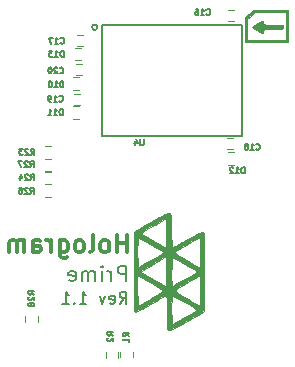
<source format=gbr>
G04 #@! TF.FileFunction,Legend,Bot*
%FSLAX46Y46*%
G04 Gerber Fmt 4.6, Leading zero omitted, Abs format (unit mm)*
G04 Created by KiCad (PCBNEW 4.0.6) date 01/21/18 22:34:32*
%MOMM*%
%LPD*%
G01*
G04 APERTURE LIST*
%ADD10C,0.100000*%
%ADD11C,0.203200*%
%ADD12C,0.177800*%
%ADD13C,0.330200*%
%ADD14C,0.120000*%
%ADD15C,0.150000*%
%ADD16C,0.010000*%
%ADD17C,0.127000*%
G04 APERTURE END LIST*
D10*
D11*
X142852019Y-109896124D02*
X142852019Y-108626124D01*
X142368210Y-108626124D01*
X142247257Y-108686600D01*
X142186781Y-108747076D01*
X142126305Y-108868029D01*
X142126305Y-109049457D01*
X142186781Y-109170410D01*
X142247257Y-109230886D01*
X142368210Y-109291362D01*
X142852019Y-109291362D01*
X141582019Y-109896124D02*
X141582019Y-109049457D01*
X141582019Y-109291362D02*
X141521543Y-109170410D01*
X141461067Y-109109933D01*
X141340114Y-109049457D01*
X141219162Y-109049457D01*
X140795829Y-109896124D02*
X140795829Y-109049457D01*
X140795829Y-108626124D02*
X140856305Y-108686600D01*
X140795829Y-108747076D01*
X140735353Y-108686600D01*
X140795829Y-108626124D01*
X140795829Y-108747076D01*
X140191067Y-109896124D02*
X140191067Y-109049457D01*
X140191067Y-109170410D02*
X140130591Y-109109933D01*
X140009638Y-109049457D01*
X139828210Y-109049457D01*
X139707258Y-109109933D01*
X139646781Y-109230886D01*
X139646781Y-109896124D01*
X139646781Y-109230886D02*
X139586305Y-109109933D01*
X139465353Y-109049457D01*
X139283924Y-109049457D01*
X139162972Y-109109933D01*
X139102496Y-109230886D01*
X139102496Y-109896124D01*
X138013925Y-109835648D02*
X138134877Y-109896124D01*
X138376782Y-109896124D01*
X138497734Y-109835648D01*
X138558210Y-109714695D01*
X138558210Y-109230886D01*
X138497734Y-109109933D01*
X138376782Y-109049457D01*
X138134877Y-109049457D01*
X138013925Y-109109933D01*
X137953448Y-109230886D01*
X137953448Y-109351838D01*
X138558210Y-109472790D01*
D12*
X142281124Y-111813219D02*
X142619790Y-111329410D01*
X142861695Y-111813219D02*
X142861695Y-110797219D01*
X142474648Y-110797219D01*
X142377886Y-110845600D01*
X142329505Y-110893981D01*
X142281124Y-110990743D01*
X142281124Y-111135886D01*
X142329505Y-111232648D01*
X142377886Y-111281029D01*
X142474648Y-111329410D01*
X142861695Y-111329410D01*
X141458648Y-111764838D02*
X141555410Y-111813219D01*
X141748933Y-111813219D01*
X141845695Y-111764838D01*
X141894076Y-111668076D01*
X141894076Y-111281029D01*
X141845695Y-111184267D01*
X141748933Y-111135886D01*
X141555410Y-111135886D01*
X141458648Y-111184267D01*
X141410267Y-111281029D01*
X141410267Y-111377790D01*
X141894076Y-111474552D01*
X141071600Y-111135886D02*
X140829695Y-111813219D01*
X140587791Y-111135886D01*
X138894458Y-111813219D02*
X139475029Y-111813219D01*
X139184743Y-111813219D02*
X139184743Y-110797219D01*
X139281505Y-110942362D01*
X139378267Y-111039124D01*
X139475029Y-111087505D01*
X138459029Y-111716457D02*
X138410648Y-111764838D01*
X138459029Y-111813219D01*
X138507410Y-111764838D01*
X138459029Y-111716457D01*
X138459029Y-111813219D01*
X137443029Y-111813219D02*
X138023600Y-111813219D01*
X137733314Y-111813219D02*
X137733314Y-110797219D01*
X137830076Y-110942362D01*
X137926838Y-111039124D01*
X138023600Y-111087505D01*
D13*
X142922000Y-107460171D02*
X142922000Y-105960171D01*
X142922000Y-106674457D02*
X142064857Y-106674457D01*
X142064857Y-107460171D02*
X142064857Y-105960171D01*
X141136285Y-107460171D02*
X141279143Y-107388743D01*
X141350571Y-107317314D01*
X141422000Y-107174457D01*
X141422000Y-106745886D01*
X141350571Y-106603029D01*
X141279143Y-106531600D01*
X141136285Y-106460171D01*
X140922000Y-106460171D01*
X140779143Y-106531600D01*
X140707714Y-106603029D01*
X140636285Y-106745886D01*
X140636285Y-107174457D01*
X140707714Y-107317314D01*
X140779143Y-107388743D01*
X140922000Y-107460171D01*
X141136285Y-107460171D01*
X139779142Y-107460171D02*
X139922000Y-107388743D01*
X139993428Y-107245886D01*
X139993428Y-105960171D01*
X138993428Y-107460171D02*
X139136286Y-107388743D01*
X139207714Y-107317314D01*
X139279143Y-107174457D01*
X139279143Y-106745886D01*
X139207714Y-106603029D01*
X139136286Y-106531600D01*
X138993428Y-106460171D01*
X138779143Y-106460171D01*
X138636286Y-106531600D01*
X138564857Y-106603029D01*
X138493428Y-106745886D01*
X138493428Y-107174457D01*
X138564857Y-107317314D01*
X138636286Y-107388743D01*
X138779143Y-107460171D01*
X138993428Y-107460171D01*
X137207714Y-106460171D02*
X137207714Y-107674457D01*
X137279143Y-107817314D01*
X137350571Y-107888743D01*
X137493428Y-107960171D01*
X137707714Y-107960171D01*
X137850571Y-107888743D01*
X137207714Y-107388743D02*
X137350571Y-107460171D01*
X137636285Y-107460171D01*
X137779143Y-107388743D01*
X137850571Y-107317314D01*
X137922000Y-107174457D01*
X137922000Y-106745886D01*
X137850571Y-106603029D01*
X137779143Y-106531600D01*
X137636285Y-106460171D01*
X137350571Y-106460171D01*
X137207714Y-106531600D01*
X136493428Y-107460171D02*
X136493428Y-106460171D01*
X136493428Y-106745886D02*
X136422000Y-106603029D01*
X136350571Y-106531600D01*
X136207714Y-106460171D01*
X136064857Y-106460171D01*
X134922000Y-107460171D02*
X134922000Y-106674457D01*
X134993429Y-106531600D01*
X135136286Y-106460171D01*
X135422000Y-106460171D01*
X135564857Y-106531600D01*
X134922000Y-107388743D02*
X135064857Y-107460171D01*
X135422000Y-107460171D01*
X135564857Y-107388743D01*
X135636286Y-107245886D01*
X135636286Y-107103029D01*
X135564857Y-106960171D01*
X135422000Y-106888743D01*
X135064857Y-106888743D01*
X134922000Y-106817314D01*
X134207714Y-107460171D02*
X134207714Y-106460171D01*
X134207714Y-106603029D02*
X134136286Y-106531600D01*
X133993428Y-106460171D01*
X133779143Y-106460171D01*
X133636286Y-106531600D01*
X133564857Y-106674457D01*
X133564857Y-107460171D01*
X133564857Y-106674457D02*
X133493428Y-106531600D01*
X133350571Y-106460171D01*
X133136286Y-106460171D01*
X132993428Y-106531600D01*
X132922000Y-106674457D01*
X132922000Y-107460171D01*
D14*
X151380380Y-97782280D02*
X151880380Y-97782280D01*
X151880380Y-98722280D02*
X151380380Y-98722280D01*
D15*
X140398807Y-88413200D02*
G75*
G03X140398807Y-88413200I-223607J0D01*
G01*
X152675200Y-88213200D02*
X140775200Y-88213200D01*
X140775200Y-88213200D02*
X140775200Y-97613200D01*
X140775200Y-97613200D02*
X152675200Y-97613200D01*
X152675200Y-97613200D02*
X152675200Y-88213200D01*
D14*
X151945240Y-87891720D02*
X151445240Y-87891720D01*
X151445240Y-86951720D02*
X151945240Y-86951720D01*
X139188000Y-90005000D02*
X138688000Y-90005000D01*
X138688000Y-89065000D02*
X139188000Y-89065000D01*
X138934000Y-94958000D02*
X138434000Y-94958000D01*
X138434000Y-94018000D02*
X138934000Y-94018000D01*
X139061000Y-92481500D02*
X138561000Y-92481500D01*
X138561000Y-91541500D02*
X139061000Y-91541500D01*
X138370500Y-92624500D02*
X138870500Y-92624500D01*
X138870500Y-93684500D02*
X138370500Y-93684500D01*
X138370500Y-95101000D02*
X138870500Y-95101000D01*
X138870500Y-96161000D02*
X138370500Y-96161000D01*
X151971820Y-100044660D02*
X151471820Y-100044660D01*
X151471820Y-98984660D02*
X151971820Y-98984660D01*
X138497500Y-90148000D02*
X138997500Y-90148000D01*
X138997500Y-91208000D02*
X138497500Y-91208000D01*
X136457500Y-99526500D02*
X135957500Y-99526500D01*
X135957500Y-98466500D02*
X136457500Y-98466500D01*
X136457500Y-101685500D02*
X135957500Y-101685500D01*
X135957500Y-100625500D02*
X136457500Y-100625500D01*
X136457500Y-102765000D02*
X135957500Y-102765000D01*
X135957500Y-101705000D02*
X136457500Y-101705000D01*
X136457500Y-100606000D02*
X135957500Y-100606000D01*
X135957500Y-99546000D02*
X136457500Y-99546000D01*
X134293200Y-113330800D02*
X134293200Y-112830800D01*
X135353200Y-112830800D02*
X135353200Y-113330800D01*
X143379600Y-115866100D02*
X143379600Y-116366100D01*
X142319600Y-116366100D02*
X142319600Y-115866100D01*
X142173100Y-115871600D02*
X142173100Y-116371600D01*
X141113100Y-116371600D02*
X141113100Y-115871600D01*
D16*
G36*
X146510323Y-114055811D02*
X146659694Y-114001956D01*
X146880797Y-113897299D01*
X147190848Y-113733510D01*
X147607063Y-113502260D01*
X148146659Y-113195218D01*
X148327533Y-113091467D01*
X148611784Y-112928698D01*
X148937274Y-112742977D01*
X149068366Y-112668378D01*
X149470533Y-112439790D01*
X149470533Y-109100038D01*
X149469710Y-108241578D01*
X149466900Y-107537811D01*
X149461585Y-106974102D01*
X149453251Y-106535816D01*
X149441383Y-106208319D01*
X149425464Y-105976976D01*
X149404981Y-105827153D01*
X149379416Y-105744216D01*
X149351304Y-105714533D01*
X149228556Y-105733740D01*
X149001165Y-105823848D01*
X148709250Y-105967903D01*
X148568138Y-106045464D01*
X148228257Y-106238193D01*
X147907274Y-106420031D01*
X147660721Y-106559525D01*
X147607866Y-106589375D01*
X147324198Y-106753278D01*
X147034887Y-106925837D01*
X147015200Y-106937849D01*
X146718866Y-107119095D01*
X146676533Y-105617884D01*
X146658850Y-105066859D01*
X146639845Y-104663521D01*
X146617112Y-104386228D01*
X146588245Y-104213339D01*
X146550838Y-104123212D01*
X146507200Y-104094850D01*
X146382585Y-104125420D01*
X146151333Y-104225426D01*
X145852012Y-104377186D01*
X145660533Y-104483025D01*
X145233517Y-104727451D01*
X144751256Y-105005252D01*
X144304546Y-105264094D01*
X144221200Y-105312633D01*
X143501533Y-105732242D01*
X143500591Y-105875353D01*
X144127753Y-105875353D01*
X144148476Y-105795918D01*
X144289783Y-105682366D01*
X144370691Y-105635875D01*
X144581189Y-105520852D01*
X144888280Y-105348167D01*
X145242471Y-105145793D01*
X145448683Y-105026589D01*
X146210866Y-104583911D01*
X146235594Y-105217089D01*
X146244953Y-105653535D01*
X146243947Y-106138062D01*
X146235594Y-106481725D01*
X146210866Y-107113183D01*
X145205744Y-106530703D01*
X144832735Y-106312402D01*
X144511314Y-106120274D01*
X144270708Y-105972089D01*
X144140144Y-105885613D01*
X144127753Y-105875353D01*
X143500591Y-105875353D01*
X143490167Y-107458933D01*
X143797866Y-107458933D01*
X143800338Y-107016964D01*
X143807147Y-106641891D01*
X143817389Y-106362978D01*
X143830156Y-106209494D01*
X143837204Y-106188933D01*
X143921790Y-106228867D01*
X144121585Y-106337268D01*
X144405675Y-106497036D01*
X144705037Y-106668968D01*
X145064003Y-106876885D01*
X145390937Y-107066123D01*
X145644721Y-107212889D01*
X145765831Y-107282801D01*
X145927314Y-107391553D01*
X145998502Y-107470632D01*
X145998574Y-107471553D01*
X146930533Y-107471553D01*
X146998951Y-107412078D01*
X147183178Y-107288018D01*
X147451670Y-107118221D01*
X147772882Y-106921535D01*
X148115271Y-106716808D01*
X148447295Y-106522891D01*
X148737408Y-106358630D01*
X148954067Y-106242874D01*
X149065729Y-106194471D01*
X149068366Y-106194123D01*
X149090455Y-106272032D01*
X149109203Y-106490158D01*
X149123148Y-106819395D01*
X149130830Y-107230639D01*
X149131866Y-107458933D01*
X149127564Y-107900893D01*
X149115710Y-108275960D01*
X149097882Y-108554873D01*
X149075657Y-108708365D01*
X149063385Y-108728933D01*
X148960097Y-108688200D01*
X148758971Y-108582039D01*
X148534219Y-108451625D01*
X148214334Y-108262604D01*
X147832976Y-108042269D01*
X147502033Y-107854815D01*
X147231279Y-107695788D01*
X147029856Y-107562891D01*
X146933902Y-107480358D01*
X146930533Y-107471553D01*
X145998574Y-107471553D01*
X145998664Y-107472690D01*
X145929974Y-107532949D01*
X145744639Y-107656249D01*
X145474413Y-107824068D01*
X145151046Y-108017886D01*
X144806290Y-108219180D01*
X144471898Y-108409428D01*
X144179621Y-108570110D01*
X143961211Y-108682703D01*
X143848419Y-108728686D01*
X143845073Y-108728933D01*
X143828644Y-108649147D01*
X143814703Y-108429300D01*
X143804336Y-108098656D01*
X143798630Y-107686484D01*
X143797866Y-107458933D01*
X143490167Y-107458933D01*
X143479446Y-109087633D01*
X144030355Y-109087633D01*
X144654944Y-108727772D01*
X145021322Y-108515181D01*
X145402582Y-108291564D01*
X145721375Y-108102309D01*
X145745200Y-108088008D01*
X146210866Y-107808105D01*
X146234364Y-109042300D01*
X146235247Y-109109933D01*
X146676533Y-109109933D01*
X146681706Y-108653341D01*
X146696117Y-108280658D01*
X146718105Y-108017687D01*
X146746009Y-107890229D01*
X146755574Y-107882267D01*
X146866784Y-107923050D01*
X147070022Y-108028151D01*
X147242407Y-108127838D01*
X147520131Y-108292667D01*
X147873810Y-108499285D01*
X148232062Y-108706020D01*
X148270583Y-108728065D01*
X148548349Y-108891202D01*
X148754854Y-109020849D01*
X148857924Y-109096450D01*
X148863250Y-109106754D01*
X148777036Y-109161089D01*
X148578237Y-109278490D01*
X148298722Y-109440751D01*
X147970358Y-109629667D01*
X147625013Y-109827032D01*
X147294556Y-110014643D01*
X147010853Y-110174293D01*
X146805773Y-110287778D01*
X146711183Y-110336893D01*
X146708667Y-110337600D01*
X146697306Y-110257896D01*
X146687708Y-110038629D01*
X146680654Y-109709565D01*
X146676922Y-109300472D01*
X146676533Y-109109933D01*
X146235247Y-109109933D01*
X146240101Y-109481555D01*
X146240037Y-109857440D01*
X146234561Y-110138997D01*
X146224066Y-110295271D01*
X146218241Y-110316115D01*
X146129751Y-110290209D01*
X145907238Y-110179080D01*
X145559899Y-109987846D01*
X145096930Y-109721627D01*
X144527529Y-109385542D01*
X144273944Y-109233843D01*
X144030355Y-109087633D01*
X143479446Y-109087633D01*
X143479393Y-109095538D01*
X143474603Y-109965140D01*
X143473022Y-110675543D01*
X143797866Y-110675543D01*
X143797866Y-109404819D01*
X144284700Y-109675488D01*
X144615207Y-109862910D01*
X145003072Y-110088139D01*
X145343611Y-110290045D01*
X145614168Y-110461626D01*
X145818325Y-110608062D01*
X145920025Y-110703005D01*
X145925162Y-110715018D01*
X145921462Y-110718600D01*
X146978056Y-110718600D01*
X147048084Y-110639955D01*
X147234703Y-110501344D01*
X147505051Y-110322408D01*
X147826266Y-110122786D01*
X148165483Y-109922119D01*
X148489840Y-109740047D01*
X148766474Y-109596209D01*
X148962522Y-109510247D01*
X149026033Y-109494656D01*
X149069833Y-109536602D01*
X149100680Y-109678429D01*
X149120184Y-109938761D01*
X149129954Y-110336224D01*
X149131866Y-110718600D01*
X149127655Y-111152650D01*
X149116071Y-111519308D01*
X149098686Y-111788809D01*
X149077074Y-111931389D01*
X149067004Y-111946267D01*
X148956848Y-111905793D01*
X148740942Y-111797014D01*
X148451554Y-111638893D01*
X148120954Y-111450396D01*
X147781409Y-111250485D01*
X147465188Y-111058124D01*
X147204558Y-110892279D01*
X147031789Y-110771912D01*
X146978056Y-110718600D01*
X145921462Y-110718600D01*
X145859475Y-110778598D01*
X145677818Y-110905150D01*
X145412306Y-111075521D01*
X145095051Y-111270555D01*
X144758168Y-111471100D01*
X144433771Y-111658000D01*
X144153974Y-111812101D01*
X143950892Y-111914250D01*
X143861366Y-111945955D01*
X143839275Y-111866282D01*
X143820525Y-111646534D01*
X143806579Y-111315956D01*
X143798900Y-110903796D01*
X143797866Y-110675543D01*
X143473022Y-110675543D01*
X143473013Y-110679401D01*
X143474993Y-111252289D01*
X143480911Y-111697773D01*
X143491138Y-112029821D01*
X143506042Y-112262402D01*
X143525993Y-112409484D01*
X143551360Y-112485036D01*
X143569484Y-112501901D01*
X143687863Y-112480246D01*
X143910985Y-112386163D01*
X144200067Y-112237082D01*
X144353624Y-112149485D01*
X144742393Y-111920623D01*
X145159483Y-111675034D01*
X145525161Y-111459668D01*
X145580956Y-111426801D01*
X145857346Y-111269755D01*
X146080001Y-111153858D01*
X146206982Y-111100727D01*
X146215956Y-111099492D01*
X146243642Y-111180789D01*
X146263090Y-111411799D01*
X146273553Y-111773063D01*
X146274286Y-112245126D01*
X146273212Y-112327267D01*
X146676533Y-112327267D01*
X146679300Y-111893209D01*
X146686911Y-111526547D01*
X146698334Y-111257045D01*
X146712534Y-111114472D01*
X146719149Y-111099600D01*
X146803913Y-111139473D01*
X147008039Y-111249090D01*
X147304290Y-111413452D01*
X147665427Y-111617557D01*
X147819593Y-111705618D01*
X148233788Y-111945784D01*
X148517236Y-112119268D01*
X148688033Y-112240133D01*
X148764273Y-112322440D01*
X148764053Y-112380254D01*
X148729477Y-112412743D01*
X148580265Y-112506768D01*
X148335804Y-112652520D01*
X148029374Y-112831052D01*
X147694252Y-113023418D01*
X147363716Y-113210670D01*
X147071046Y-113373861D01*
X146849518Y-113494046D01*
X146732413Y-113552276D01*
X146723327Y-113554933D01*
X146706782Y-113475231D01*
X146692806Y-113255967D01*
X146682534Y-112926909D01*
X146677100Y-112517822D01*
X146676533Y-112327267D01*
X146273212Y-112327267D01*
X146270619Y-112525348D01*
X146264009Y-113081472D01*
X146267246Y-113489482D01*
X146281538Y-113770376D01*
X146308091Y-113945153D01*
X146348113Y-114034811D01*
X146357909Y-114044434D01*
X146415467Y-114067194D01*
X146510323Y-114055811D01*
X146510323Y-114055811D01*
G37*
X146510323Y-114055811D02*
X146659694Y-114001956D01*
X146880797Y-113897299D01*
X147190848Y-113733510D01*
X147607063Y-113502260D01*
X148146659Y-113195218D01*
X148327533Y-113091467D01*
X148611784Y-112928698D01*
X148937274Y-112742977D01*
X149068366Y-112668378D01*
X149470533Y-112439790D01*
X149470533Y-109100038D01*
X149469710Y-108241578D01*
X149466900Y-107537811D01*
X149461585Y-106974102D01*
X149453251Y-106535816D01*
X149441383Y-106208319D01*
X149425464Y-105976976D01*
X149404981Y-105827153D01*
X149379416Y-105744216D01*
X149351304Y-105714533D01*
X149228556Y-105733740D01*
X149001165Y-105823848D01*
X148709250Y-105967903D01*
X148568138Y-106045464D01*
X148228257Y-106238193D01*
X147907274Y-106420031D01*
X147660721Y-106559525D01*
X147607866Y-106589375D01*
X147324198Y-106753278D01*
X147034887Y-106925837D01*
X147015200Y-106937849D01*
X146718866Y-107119095D01*
X146676533Y-105617884D01*
X146658850Y-105066859D01*
X146639845Y-104663521D01*
X146617112Y-104386228D01*
X146588245Y-104213339D01*
X146550838Y-104123212D01*
X146507200Y-104094850D01*
X146382585Y-104125420D01*
X146151333Y-104225426D01*
X145852012Y-104377186D01*
X145660533Y-104483025D01*
X145233517Y-104727451D01*
X144751256Y-105005252D01*
X144304546Y-105264094D01*
X144221200Y-105312633D01*
X143501533Y-105732242D01*
X143500591Y-105875353D01*
X144127753Y-105875353D01*
X144148476Y-105795918D01*
X144289783Y-105682366D01*
X144370691Y-105635875D01*
X144581189Y-105520852D01*
X144888280Y-105348167D01*
X145242471Y-105145793D01*
X145448683Y-105026589D01*
X146210866Y-104583911D01*
X146235594Y-105217089D01*
X146244953Y-105653535D01*
X146243947Y-106138062D01*
X146235594Y-106481725D01*
X146210866Y-107113183D01*
X145205744Y-106530703D01*
X144832735Y-106312402D01*
X144511314Y-106120274D01*
X144270708Y-105972089D01*
X144140144Y-105885613D01*
X144127753Y-105875353D01*
X143500591Y-105875353D01*
X143490167Y-107458933D01*
X143797866Y-107458933D01*
X143800338Y-107016964D01*
X143807147Y-106641891D01*
X143817389Y-106362978D01*
X143830156Y-106209494D01*
X143837204Y-106188933D01*
X143921790Y-106228867D01*
X144121585Y-106337268D01*
X144405675Y-106497036D01*
X144705037Y-106668968D01*
X145064003Y-106876885D01*
X145390937Y-107066123D01*
X145644721Y-107212889D01*
X145765831Y-107282801D01*
X145927314Y-107391553D01*
X145998502Y-107470632D01*
X145998574Y-107471553D01*
X146930533Y-107471553D01*
X146998951Y-107412078D01*
X147183178Y-107288018D01*
X147451670Y-107118221D01*
X147772882Y-106921535D01*
X148115271Y-106716808D01*
X148447295Y-106522891D01*
X148737408Y-106358630D01*
X148954067Y-106242874D01*
X149065729Y-106194471D01*
X149068366Y-106194123D01*
X149090455Y-106272032D01*
X149109203Y-106490158D01*
X149123148Y-106819395D01*
X149130830Y-107230639D01*
X149131866Y-107458933D01*
X149127564Y-107900893D01*
X149115710Y-108275960D01*
X149097882Y-108554873D01*
X149075657Y-108708365D01*
X149063385Y-108728933D01*
X148960097Y-108688200D01*
X148758971Y-108582039D01*
X148534219Y-108451625D01*
X148214334Y-108262604D01*
X147832976Y-108042269D01*
X147502033Y-107854815D01*
X147231279Y-107695788D01*
X147029856Y-107562891D01*
X146933902Y-107480358D01*
X146930533Y-107471553D01*
X145998574Y-107471553D01*
X145998664Y-107472690D01*
X145929974Y-107532949D01*
X145744639Y-107656249D01*
X145474413Y-107824068D01*
X145151046Y-108017886D01*
X144806290Y-108219180D01*
X144471898Y-108409428D01*
X144179621Y-108570110D01*
X143961211Y-108682703D01*
X143848419Y-108728686D01*
X143845073Y-108728933D01*
X143828644Y-108649147D01*
X143814703Y-108429300D01*
X143804336Y-108098656D01*
X143798630Y-107686484D01*
X143797866Y-107458933D01*
X143490167Y-107458933D01*
X143479446Y-109087633D01*
X144030355Y-109087633D01*
X144654944Y-108727772D01*
X145021322Y-108515181D01*
X145402582Y-108291564D01*
X145721375Y-108102309D01*
X145745200Y-108088008D01*
X146210866Y-107808105D01*
X146234364Y-109042300D01*
X146235247Y-109109933D01*
X146676533Y-109109933D01*
X146681706Y-108653341D01*
X146696117Y-108280658D01*
X146718105Y-108017687D01*
X146746009Y-107890229D01*
X146755574Y-107882267D01*
X146866784Y-107923050D01*
X147070022Y-108028151D01*
X147242407Y-108127838D01*
X147520131Y-108292667D01*
X147873810Y-108499285D01*
X148232062Y-108706020D01*
X148270583Y-108728065D01*
X148548349Y-108891202D01*
X148754854Y-109020849D01*
X148857924Y-109096450D01*
X148863250Y-109106754D01*
X148777036Y-109161089D01*
X148578237Y-109278490D01*
X148298722Y-109440751D01*
X147970358Y-109629667D01*
X147625013Y-109827032D01*
X147294556Y-110014643D01*
X147010853Y-110174293D01*
X146805773Y-110287778D01*
X146711183Y-110336893D01*
X146708667Y-110337600D01*
X146697306Y-110257896D01*
X146687708Y-110038629D01*
X146680654Y-109709565D01*
X146676922Y-109300472D01*
X146676533Y-109109933D01*
X146235247Y-109109933D01*
X146240101Y-109481555D01*
X146240037Y-109857440D01*
X146234561Y-110138997D01*
X146224066Y-110295271D01*
X146218241Y-110316115D01*
X146129751Y-110290209D01*
X145907238Y-110179080D01*
X145559899Y-109987846D01*
X145096930Y-109721627D01*
X144527529Y-109385542D01*
X144273944Y-109233843D01*
X144030355Y-109087633D01*
X143479446Y-109087633D01*
X143479393Y-109095538D01*
X143474603Y-109965140D01*
X143473022Y-110675543D01*
X143797866Y-110675543D01*
X143797866Y-109404819D01*
X144284700Y-109675488D01*
X144615207Y-109862910D01*
X145003072Y-110088139D01*
X145343611Y-110290045D01*
X145614168Y-110461626D01*
X145818325Y-110608062D01*
X145920025Y-110703005D01*
X145925162Y-110715018D01*
X145921462Y-110718600D01*
X146978056Y-110718600D01*
X147048084Y-110639955D01*
X147234703Y-110501344D01*
X147505051Y-110322408D01*
X147826266Y-110122786D01*
X148165483Y-109922119D01*
X148489840Y-109740047D01*
X148766474Y-109596209D01*
X148962522Y-109510247D01*
X149026033Y-109494656D01*
X149069833Y-109536602D01*
X149100680Y-109678429D01*
X149120184Y-109938761D01*
X149129954Y-110336224D01*
X149131866Y-110718600D01*
X149127655Y-111152650D01*
X149116071Y-111519308D01*
X149098686Y-111788809D01*
X149077074Y-111931389D01*
X149067004Y-111946267D01*
X148956848Y-111905793D01*
X148740942Y-111797014D01*
X148451554Y-111638893D01*
X148120954Y-111450396D01*
X147781409Y-111250485D01*
X147465188Y-111058124D01*
X147204558Y-110892279D01*
X147031789Y-110771912D01*
X146978056Y-110718600D01*
X145921462Y-110718600D01*
X145859475Y-110778598D01*
X145677818Y-110905150D01*
X145412306Y-111075521D01*
X145095051Y-111270555D01*
X144758168Y-111471100D01*
X144433771Y-111658000D01*
X144153974Y-111812101D01*
X143950892Y-111914250D01*
X143861366Y-111945955D01*
X143839275Y-111866282D01*
X143820525Y-111646534D01*
X143806579Y-111315956D01*
X143798900Y-110903796D01*
X143797866Y-110675543D01*
X143473022Y-110675543D01*
X143473013Y-110679401D01*
X143474993Y-111252289D01*
X143480911Y-111697773D01*
X143491138Y-112029821D01*
X143506042Y-112262402D01*
X143525993Y-112409484D01*
X143551360Y-112485036D01*
X143569484Y-112501901D01*
X143687863Y-112480246D01*
X143910985Y-112386163D01*
X144200067Y-112237082D01*
X144353624Y-112149485D01*
X144742393Y-111920623D01*
X145159483Y-111675034D01*
X145525161Y-111459668D01*
X145580956Y-111426801D01*
X145857346Y-111269755D01*
X146080001Y-111153858D01*
X146206982Y-111100727D01*
X146215956Y-111099492D01*
X146243642Y-111180789D01*
X146263090Y-111411799D01*
X146273553Y-111773063D01*
X146274286Y-112245126D01*
X146273212Y-112327267D01*
X146676533Y-112327267D01*
X146679300Y-111893209D01*
X146686911Y-111526547D01*
X146698334Y-111257045D01*
X146712534Y-111114472D01*
X146719149Y-111099600D01*
X146803913Y-111139473D01*
X147008039Y-111249090D01*
X147304290Y-111413452D01*
X147665427Y-111617557D01*
X147819593Y-111705618D01*
X148233788Y-111945784D01*
X148517236Y-112119268D01*
X148688033Y-112240133D01*
X148764273Y-112322440D01*
X148764053Y-112380254D01*
X148729477Y-112412743D01*
X148580265Y-112506768D01*
X148335804Y-112652520D01*
X148029374Y-112831052D01*
X147694252Y-113023418D01*
X147363716Y-113210670D01*
X147071046Y-113373861D01*
X146849518Y-113494046D01*
X146732413Y-113552276D01*
X146723327Y-113554933D01*
X146706782Y-113475231D01*
X146692806Y-113255967D01*
X146682534Y-112926909D01*
X146677100Y-112517822D01*
X146676533Y-112327267D01*
X146273212Y-112327267D01*
X146270619Y-112525348D01*
X146264009Y-113081472D01*
X146267246Y-113489482D01*
X146281538Y-113770376D01*
X146308091Y-113945153D01*
X146348113Y-114034811D01*
X146357909Y-114044434D01*
X146415467Y-114067194D01*
X146510323Y-114055811D01*
G36*
X153256229Y-87249183D02*
X152942713Y-87570253D01*
X152942713Y-89637447D01*
X156583380Y-89637447D01*
X156583380Y-87097447D01*
X156414046Y-87097447D01*
X156414046Y-89468113D01*
X153112046Y-89468113D01*
X153112046Y-87739586D01*
X153425563Y-87418516D01*
X153739079Y-87097447D01*
X156414046Y-87097447D01*
X156583380Y-87097447D01*
X156583380Y-86928113D01*
X153569746Y-86928113D01*
X153256229Y-87249183D01*
X153256229Y-87249183D01*
G37*
X153256229Y-87249183D02*
X152942713Y-87570253D01*
X152942713Y-89637447D01*
X156583380Y-89637447D01*
X156583380Y-87097447D01*
X156414046Y-87097447D01*
X156414046Y-89468113D01*
X153112046Y-89468113D01*
X153112046Y-87739586D01*
X153425563Y-87418516D01*
X153739079Y-87097447D01*
X156414046Y-87097447D01*
X156583380Y-87097447D01*
X156583380Y-86928113D01*
X153569746Y-86928113D01*
X153256229Y-87249183D01*
G36*
X154324009Y-87850136D02*
X154144570Y-87933562D01*
X153927103Y-88057680D01*
X153720899Y-88192807D01*
X153575250Y-88309263D01*
X153535380Y-88367447D01*
X153601023Y-88449395D01*
X153765091Y-88572819D01*
X153978292Y-88708038D01*
X154191335Y-88825369D01*
X154354928Y-88895130D01*
X154416128Y-88897809D01*
X154459474Y-88779011D01*
X154466713Y-88692002D01*
X154481943Y-88621092D01*
X154547820Y-88575668D01*
X154694626Y-88550178D01*
X154952641Y-88539069D01*
X155313380Y-88536780D01*
X155698730Y-88534456D01*
X155945416Y-88523397D01*
X156084086Y-88497474D01*
X156145390Y-88450557D01*
X156159977Y-88376515D01*
X156160046Y-88367447D01*
X156148426Y-88290377D01*
X156093133Y-88241039D01*
X155963517Y-88213305D01*
X155728931Y-88201044D01*
X155358724Y-88198127D01*
X155313380Y-88198113D01*
X154926600Y-88195321D01*
X154678832Y-88183244D01*
X154539793Y-88156329D01*
X154479202Y-88109026D01*
X154466713Y-88042891D01*
X154442124Y-87885294D01*
X154416128Y-87837084D01*
X154324009Y-87850136D01*
X154324009Y-87850136D01*
G37*
X154324009Y-87850136D02*
X154144570Y-87933562D01*
X153927103Y-88057680D01*
X153720899Y-88192807D01*
X153575250Y-88309263D01*
X153535380Y-88367447D01*
X153601023Y-88449395D01*
X153765091Y-88572819D01*
X153978292Y-88708038D01*
X154191335Y-88825369D01*
X154354928Y-88895130D01*
X154416128Y-88897809D01*
X154459474Y-88779011D01*
X154466713Y-88692002D01*
X154481943Y-88621092D01*
X154547820Y-88575668D01*
X154694626Y-88550178D01*
X154952641Y-88539069D01*
X155313380Y-88536780D01*
X155698730Y-88534456D01*
X155945416Y-88523397D01*
X156084086Y-88497474D01*
X156145390Y-88450557D01*
X156159977Y-88376515D01*
X156160046Y-88367447D01*
X156148426Y-88290377D01*
X156093133Y-88241039D01*
X155963517Y-88213305D01*
X155728931Y-88201044D01*
X155358724Y-88198127D01*
X155313380Y-88198113D01*
X154926600Y-88195321D01*
X154678832Y-88183244D01*
X154539793Y-88156329D01*
X154479202Y-88109026D01*
X154466713Y-88042891D01*
X154442124Y-87885294D01*
X154416128Y-87837084D01*
X154324009Y-87850136D01*
D17*
X153849252Y-98723269D02*
X153873442Y-98747459D01*
X153946014Y-98771650D01*
X153994395Y-98771650D01*
X154066966Y-98747459D01*
X154115347Y-98699078D01*
X154139538Y-98650697D01*
X154163728Y-98553935D01*
X154163728Y-98481364D01*
X154139538Y-98384602D01*
X154115347Y-98336221D01*
X154066966Y-98287840D01*
X153994395Y-98263650D01*
X153946014Y-98263650D01*
X153873442Y-98287840D01*
X153849252Y-98312030D01*
X153365442Y-98771650D02*
X153655728Y-98771650D01*
X153510585Y-98771650D02*
X153510585Y-98263650D01*
X153558966Y-98336221D01*
X153607347Y-98384602D01*
X153655728Y-98408792D01*
X153075156Y-98481364D02*
X153123537Y-98457173D01*
X153147728Y-98432983D01*
X153171918Y-98384602D01*
X153171918Y-98360411D01*
X153147728Y-98312030D01*
X153123537Y-98287840D01*
X153075156Y-98263650D01*
X152978394Y-98263650D01*
X152930013Y-98287840D01*
X152905823Y-98312030D01*
X152881632Y-98360411D01*
X152881632Y-98384602D01*
X152905823Y-98432983D01*
X152930013Y-98457173D01*
X152978394Y-98481364D01*
X153075156Y-98481364D01*
X153123537Y-98505554D01*
X153147728Y-98529745D01*
X153171918Y-98578126D01*
X153171918Y-98674888D01*
X153147728Y-98723269D01*
X153123537Y-98747459D01*
X153075156Y-98771650D01*
X152978394Y-98771650D01*
X152930013Y-98747459D01*
X152905823Y-98723269D01*
X152881632Y-98674888D01*
X152881632Y-98578126D01*
X152905823Y-98529745D01*
X152930013Y-98505554D01*
X152978394Y-98481364D01*
X144311068Y-97892810D02*
X144311068Y-98304048D01*
X144286877Y-98352429D01*
X144262687Y-98376619D01*
X144214306Y-98400810D01*
X144117544Y-98400810D01*
X144069163Y-98376619D01*
X144044972Y-98352429D01*
X144020782Y-98304048D01*
X144020782Y-97892810D01*
X143561163Y-98062143D02*
X143561163Y-98400810D01*
X143682116Y-97868619D02*
X143803068Y-98231476D01*
X143488592Y-98231476D01*
X149632852Y-87318669D02*
X149657042Y-87342859D01*
X149729614Y-87367050D01*
X149777995Y-87367050D01*
X149850566Y-87342859D01*
X149898947Y-87294478D01*
X149923138Y-87246097D01*
X149947328Y-87149335D01*
X149947328Y-87076764D01*
X149923138Y-86980002D01*
X149898947Y-86931621D01*
X149850566Y-86883240D01*
X149777995Y-86859050D01*
X149729614Y-86859050D01*
X149657042Y-86883240D01*
X149632852Y-86907430D01*
X149149042Y-87367050D02*
X149439328Y-87367050D01*
X149294185Y-87367050D02*
X149294185Y-86859050D01*
X149342566Y-86931621D01*
X149390947Y-86980002D01*
X149439328Y-87004192D01*
X148713613Y-86859050D02*
X148810375Y-86859050D01*
X148858756Y-86883240D01*
X148882947Y-86907430D01*
X148931328Y-86980002D01*
X148955518Y-87076764D01*
X148955518Y-87270288D01*
X148931328Y-87318669D01*
X148907137Y-87342859D01*
X148858756Y-87367050D01*
X148761994Y-87367050D01*
X148713613Y-87342859D01*
X148689423Y-87318669D01*
X148665232Y-87270288D01*
X148665232Y-87149335D01*
X148689423Y-87100954D01*
X148713613Y-87076764D01*
X148761994Y-87052573D01*
X148858756Y-87052573D01*
X148907137Y-87076764D01*
X148931328Y-87100954D01*
X148955518Y-87149335D01*
X137278292Y-89751989D02*
X137302482Y-89776179D01*
X137375054Y-89800370D01*
X137423435Y-89800370D01*
X137496006Y-89776179D01*
X137544387Y-89727798D01*
X137568578Y-89679417D01*
X137592768Y-89582655D01*
X137592768Y-89510084D01*
X137568578Y-89413322D01*
X137544387Y-89364941D01*
X137496006Y-89316560D01*
X137423435Y-89292370D01*
X137375054Y-89292370D01*
X137302482Y-89316560D01*
X137278292Y-89340750D01*
X136794482Y-89800370D02*
X137084768Y-89800370D01*
X136939625Y-89800370D02*
X136939625Y-89292370D01*
X136988006Y-89364941D01*
X137036387Y-89413322D01*
X137084768Y-89437512D01*
X136625149Y-89292370D02*
X136286482Y-89292370D01*
X136504196Y-89800370D01*
X137176692Y-94651649D02*
X137200882Y-94675839D01*
X137273454Y-94700030D01*
X137321835Y-94700030D01*
X137394406Y-94675839D01*
X137442787Y-94627458D01*
X137466978Y-94579077D01*
X137491168Y-94482315D01*
X137491168Y-94409744D01*
X137466978Y-94312982D01*
X137442787Y-94264601D01*
X137394406Y-94216220D01*
X137321835Y-94192030D01*
X137273454Y-94192030D01*
X137200882Y-94216220D01*
X137176692Y-94240410D01*
X136692882Y-94700030D02*
X136983168Y-94700030D01*
X136838025Y-94700030D02*
X136838025Y-94192030D01*
X136886406Y-94264601D01*
X136934787Y-94312982D01*
X136983168Y-94337172D01*
X136450977Y-94700030D02*
X136354215Y-94700030D01*
X136305834Y-94675839D01*
X136281644Y-94651649D01*
X136233263Y-94579077D01*
X136209072Y-94482315D01*
X136209072Y-94288791D01*
X136233263Y-94240410D01*
X136257453Y-94216220D01*
X136305834Y-94192030D01*
X136402596Y-94192030D01*
X136450977Y-94216220D01*
X136475168Y-94240410D01*
X136499358Y-94288791D01*
X136499358Y-94409744D01*
X136475168Y-94458125D01*
X136450977Y-94482315D01*
X136402596Y-94506506D01*
X136305834Y-94506506D01*
X136257453Y-94482315D01*
X136233263Y-94458125D01*
X136209072Y-94409744D01*
X137217332Y-92274209D02*
X137241522Y-92298399D01*
X137314094Y-92322590D01*
X137362475Y-92322590D01*
X137435046Y-92298399D01*
X137483427Y-92250018D01*
X137507618Y-92201637D01*
X137531808Y-92104875D01*
X137531808Y-92032304D01*
X137507618Y-91935542D01*
X137483427Y-91887161D01*
X137435046Y-91838780D01*
X137362475Y-91814590D01*
X137314094Y-91814590D01*
X137241522Y-91838780D01*
X137217332Y-91862970D01*
X137023808Y-91862970D02*
X136999618Y-91838780D01*
X136951237Y-91814590D01*
X136830284Y-91814590D01*
X136781903Y-91838780D01*
X136757713Y-91862970D01*
X136733522Y-91911351D01*
X136733522Y-91959732D01*
X136757713Y-92032304D01*
X137047999Y-92322590D01*
X136733522Y-92322590D01*
X136419046Y-91814590D02*
X136370665Y-91814590D01*
X136322284Y-91838780D01*
X136298093Y-91862970D01*
X136273903Y-91911351D01*
X136249712Y-92008113D01*
X136249712Y-92129066D01*
X136273903Y-92225828D01*
X136298093Y-92274209D01*
X136322284Y-92298399D01*
X136370665Y-92322590D01*
X136419046Y-92322590D01*
X136467427Y-92298399D01*
X136491617Y-92274209D01*
X136515808Y-92225828D01*
X136539998Y-92129066D01*
X136539998Y-92008113D01*
X136515808Y-91911351D01*
X136491617Y-91862970D01*
X136467427Y-91838780D01*
X136419046Y-91814590D01*
X137527938Y-93480830D02*
X137527938Y-92972830D01*
X137406985Y-92972830D01*
X137334414Y-92997020D01*
X137286033Y-93045401D01*
X137261842Y-93093782D01*
X137237652Y-93190544D01*
X137237652Y-93263115D01*
X137261842Y-93359877D01*
X137286033Y-93408258D01*
X137334414Y-93456639D01*
X137406985Y-93480830D01*
X137527938Y-93480830D01*
X136753842Y-93480830D02*
X137044128Y-93480830D01*
X136898985Y-93480830D02*
X136898985Y-92972830D01*
X136947366Y-93045401D01*
X136995747Y-93093782D01*
X137044128Y-93117972D01*
X136439366Y-92972830D02*
X136390985Y-92972830D01*
X136342604Y-92997020D01*
X136318413Y-93021210D01*
X136294223Y-93069591D01*
X136270032Y-93166353D01*
X136270032Y-93287306D01*
X136294223Y-93384068D01*
X136318413Y-93432449D01*
X136342604Y-93456639D01*
X136390985Y-93480830D01*
X136439366Y-93480830D01*
X136487747Y-93456639D01*
X136511937Y-93432449D01*
X136536128Y-93384068D01*
X136560318Y-93287306D01*
X136560318Y-93166353D01*
X136536128Y-93069591D01*
X136511937Y-93021210D01*
X136487747Y-92997020D01*
X136439366Y-92972830D01*
X137466978Y-95837950D02*
X137466978Y-95329950D01*
X137346025Y-95329950D01*
X137273454Y-95354140D01*
X137225073Y-95402521D01*
X137200882Y-95450902D01*
X137176692Y-95547664D01*
X137176692Y-95620235D01*
X137200882Y-95716997D01*
X137225073Y-95765378D01*
X137273454Y-95813759D01*
X137346025Y-95837950D01*
X137466978Y-95837950D01*
X136692882Y-95837950D02*
X136983168Y-95837950D01*
X136838025Y-95837950D02*
X136838025Y-95329950D01*
X136886406Y-95402521D01*
X136934787Y-95450902D01*
X136983168Y-95475092D01*
X136209072Y-95837950D02*
X136499358Y-95837950D01*
X136354215Y-95837950D02*
X136354215Y-95329950D01*
X136402596Y-95402521D01*
X136450977Y-95450902D01*
X136499358Y-95475092D01*
X152861918Y-100780790D02*
X152861918Y-100272790D01*
X152740965Y-100272790D01*
X152668394Y-100296980D01*
X152620013Y-100345361D01*
X152595822Y-100393742D01*
X152571632Y-100490504D01*
X152571632Y-100563075D01*
X152595822Y-100659837D01*
X152620013Y-100708218D01*
X152668394Y-100756599D01*
X152740965Y-100780790D01*
X152861918Y-100780790D01*
X152087822Y-100780790D02*
X152378108Y-100780790D01*
X152232965Y-100780790D02*
X152232965Y-100272790D01*
X152281346Y-100345361D01*
X152329727Y-100393742D01*
X152378108Y-100417932D01*
X151894298Y-100321170D02*
X151870108Y-100296980D01*
X151821727Y-100272790D01*
X151700774Y-100272790D01*
X151652393Y-100296980D01*
X151628203Y-100321170D01*
X151604012Y-100369551D01*
X151604012Y-100417932D01*
X151628203Y-100490504D01*
X151918489Y-100780790D01*
X151604012Y-100780790D01*
X137548258Y-90900190D02*
X137548258Y-90392190D01*
X137427305Y-90392190D01*
X137354734Y-90416380D01*
X137306353Y-90464761D01*
X137282162Y-90513142D01*
X137257972Y-90609904D01*
X137257972Y-90682475D01*
X137282162Y-90779237D01*
X137306353Y-90827618D01*
X137354734Y-90875999D01*
X137427305Y-90900190D01*
X137548258Y-90900190D01*
X136774162Y-90900190D02*
X137064448Y-90900190D01*
X136919305Y-90900190D02*
X136919305Y-90392190D01*
X136967686Y-90464761D01*
X137016067Y-90513142D01*
X137064448Y-90537332D01*
X136604829Y-90392190D02*
X136290352Y-90392190D01*
X136459686Y-90585713D01*
X136387114Y-90585713D01*
X136338733Y-90609904D01*
X136314543Y-90634094D01*
X136290352Y-90682475D01*
X136290352Y-90803428D01*
X136314543Y-90851809D01*
X136338733Y-90875999D01*
X136387114Y-90900190D01*
X136532257Y-90900190D01*
X136580638Y-90875999D01*
X136604829Y-90851809D01*
X134758612Y-99193290D02*
X134927945Y-98951385D01*
X135048898Y-99193290D02*
X135048898Y-98685290D01*
X134855374Y-98685290D01*
X134806993Y-98709480D01*
X134782802Y-98733670D01*
X134758612Y-98782051D01*
X134758612Y-98854623D01*
X134782802Y-98903004D01*
X134806993Y-98927194D01*
X134855374Y-98951385D01*
X135048898Y-98951385D01*
X134565088Y-98733670D02*
X134540898Y-98709480D01*
X134492517Y-98685290D01*
X134371564Y-98685290D01*
X134323183Y-98709480D01*
X134298993Y-98733670D01*
X134274802Y-98782051D01*
X134274802Y-98830432D01*
X134298993Y-98903004D01*
X134589279Y-99193290D01*
X134274802Y-99193290D01*
X134105469Y-98685290D02*
X133790992Y-98685290D01*
X133960326Y-98878813D01*
X133887754Y-98878813D01*
X133839373Y-98903004D01*
X133815183Y-98927194D01*
X133790992Y-98975575D01*
X133790992Y-99096528D01*
X133815183Y-99144909D01*
X133839373Y-99169099D01*
X133887754Y-99193290D01*
X134032897Y-99193290D01*
X134081278Y-99169099D01*
X134105469Y-99144909D01*
X134738292Y-101367530D02*
X134907625Y-101125625D01*
X135028578Y-101367530D02*
X135028578Y-100859530D01*
X134835054Y-100859530D01*
X134786673Y-100883720D01*
X134762482Y-100907910D01*
X134738292Y-100956291D01*
X134738292Y-101028863D01*
X134762482Y-101077244D01*
X134786673Y-101101434D01*
X134835054Y-101125625D01*
X135028578Y-101125625D01*
X134544768Y-100907910D02*
X134520578Y-100883720D01*
X134472197Y-100859530D01*
X134351244Y-100859530D01*
X134302863Y-100883720D01*
X134278673Y-100907910D01*
X134254482Y-100956291D01*
X134254482Y-101004672D01*
X134278673Y-101077244D01*
X134568959Y-101367530D01*
X134254482Y-101367530D01*
X133819053Y-101028863D02*
X133819053Y-101367530D01*
X133940006Y-100835339D02*
X134060958Y-101198196D01*
X133746482Y-101198196D01*
X134717972Y-102485130D02*
X134887305Y-102243225D01*
X135008258Y-102485130D02*
X135008258Y-101977130D01*
X134814734Y-101977130D01*
X134766353Y-102001320D01*
X134742162Y-102025510D01*
X134717972Y-102073891D01*
X134717972Y-102146463D01*
X134742162Y-102194844D01*
X134766353Y-102219034D01*
X134814734Y-102243225D01*
X135008258Y-102243225D01*
X134524448Y-102025510D02*
X134500258Y-102001320D01*
X134451877Y-101977130D01*
X134330924Y-101977130D01*
X134282543Y-102001320D01*
X134258353Y-102025510D01*
X134234162Y-102073891D01*
X134234162Y-102122272D01*
X134258353Y-102194844D01*
X134548639Y-102485130D01*
X134234162Y-102485130D01*
X133798733Y-101977130D02*
X133895495Y-101977130D01*
X133943876Y-102001320D01*
X133968067Y-102025510D01*
X134016448Y-102098082D01*
X134040638Y-102194844D01*
X134040638Y-102388368D01*
X134016448Y-102436749D01*
X133992257Y-102460939D01*
X133943876Y-102485130D01*
X133847114Y-102485130D01*
X133798733Y-102460939D01*
X133774543Y-102436749D01*
X133750352Y-102388368D01*
X133750352Y-102267415D01*
X133774543Y-102219034D01*
X133798733Y-102194844D01*
X133847114Y-102170653D01*
X133943876Y-102170653D01*
X133992257Y-102194844D01*
X134016448Y-102219034D01*
X134040638Y-102267415D01*
X134717972Y-100249930D02*
X134887305Y-100008025D01*
X135008258Y-100249930D02*
X135008258Y-99741930D01*
X134814734Y-99741930D01*
X134766353Y-99766120D01*
X134742162Y-99790310D01*
X134717972Y-99838691D01*
X134717972Y-99911263D01*
X134742162Y-99959644D01*
X134766353Y-99983834D01*
X134814734Y-100008025D01*
X135008258Y-100008025D01*
X134524448Y-99790310D02*
X134500258Y-99766120D01*
X134451877Y-99741930D01*
X134330924Y-99741930D01*
X134282543Y-99766120D01*
X134258353Y-99790310D01*
X134234162Y-99838691D01*
X134234162Y-99887072D01*
X134258353Y-99959644D01*
X134548639Y-100249930D01*
X134234162Y-100249930D01*
X134064829Y-99741930D02*
X133726162Y-99741930D01*
X133943876Y-100249930D01*
X135070790Y-111044808D02*
X134828885Y-110875475D01*
X135070790Y-110754522D02*
X134562790Y-110754522D01*
X134562790Y-110948046D01*
X134586980Y-110996427D01*
X134611170Y-111020618D01*
X134659551Y-111044808D01*
X134732123Y-111044808D01*
X134780504Y-111020618D01*
X134804694Y-110996427D01*
X134828885Y-110948046D01*
X134828885Y-110754522D01*
X134611170Y-111238332D02*
X134586980Y-111262522D01*
X134562790Y-111310903D01*
X134562790Y-111431856D01*
X134586980Y-111480237D01*
X134611170Y-111504427D01*
X134659551Y-111528618D01*
X134707932Y-111528618D01*
X134780504Y-111504427D01*
X135070790Y-111214141D01*
X135070790Y-111528618D01*
X134780504Y-111818904D02*
X134756313Y-111770523D01*
X134732123Y-111746332D01*
X134683742Y-111722142D01*
X134659551Y-111722142D01*
X134611170Y-111746332D01*
X134586980Y-111770523D01*
X134562790Y-111818904D01*
X134562790Y-111915666D01*
X134586980Y-111964047D01*
X134611170Y-111988237D01*
X134659551Y-112012428D01*
X134683742Y-112012428D01*
X134732123Y-111988237D01*
X134756313Y-111964047D01*
X134780504Y-111915666D01*
X134780504Y-111818904D01*
X134804694Y-111770523D01*
X134828885Y-111746332D01*
X134877266Y-111722142D01*
X134974028Y-111722142D01*
X135022409Y-111746332D01*
X135046599Y-111770523D01*
X135070790Y-111818904D01*
X135070790Y-111915666D01*
X135046599Y-111964047D01*
X135022409Y-111988237D01*
X134974028Y-112012428D01*
X134877266Y-112012428D01*
X134828885Y-111988237D01*
X134804694Y-111964047D01*
X134780504Y-111915666D01*
X143048930Y-114570933D02*
X142807025Y-114401600D01*
X143048930Y-114280647D02*
X142540930Y-114280647D01*
X142540930Y-114474171D01*
X142565120Y-114522552D01*
X142589310Y-114546743D01*
X142637691Y-114570933D01*
X142710263Y-114570933D01*
X142758644Y-114546743D01*
X142782834Y-114522552D01*
X142807025Y-114474171D01*
X142807025Y-114280647D01*
X143048930Y-115054743D02*
X143048930Y-114764457D01*
X143048930Y-114909600D02*
X142540930Y-114909600D01*
X142613501Y-114861219D01*
X142661882Y-114812838D01*
X142686072Y-114764457D01*
X141763690Y-114509973D02*
X141521785Y-114340640D01*
X141763690Y-114219687D02*
X141255690Y-114219687D01*
X141255690Y-114413211D01*
X141279880Y-114461592D01*
X141304070Y-114485783D01*
X141352451Y-114509973D01*
X141425023Y-114509973D01*
X141473404Y-114485783D01*
X141497594Y-114461592D01*
X141521785Y-114413211D01*
X141521785Y-114219687D01*
X141304070Y-114703497D02*
X141279880Y-114727687D01*
X141255690Y-114776068D01*
X141255690Y-114897021D01*
X141279880Y-114945402D01*
X141304070Y-114969592D01*
X141352451Y-114993783D01*
X141400832Y-114993783D01*
X141473404Y-114969592D01*
X141763690Y-114679306D01*
X141763690Y-114993783D01*
M02*

</source>
